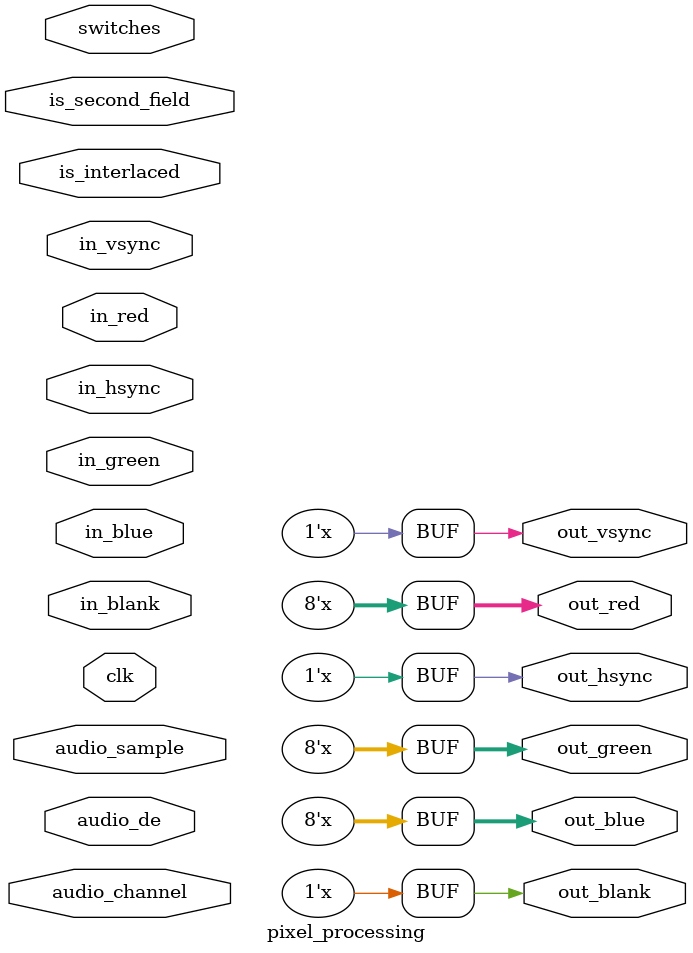
<source format=v>
/* Generated by Yosys 0.9+2406 (git sha1 aafaeb66, gcc 8.4.0-1ubuntu1~18.04 -fPIC -Os) */

module edge_enhance(clk, enable_feature, in_blank, in_hsync, in_vsync, in_red, in_green, in_blue, out_blank, out_hsync, out_vsync, out_red, out_green, out_blue);
  reg [7:0] _0_;
  reg [7:0] _1_;
  input clk;
  input enable_feature;
  wire \i_line_delay_2%126 ;
  wire \i_line_delay_2%127 ;
  wire \i_line_delay_2%128 ;
  wire [7:0] \i_line_delay_2%129 ;
  wire [7:0] \i_line_delay_2%130 ;
  wire [7:0] \i_line_delay_2%131 ;
  input in_blank;
  input [7:0] in_blue;
  input [7:0] in_green;
  input in_hsync;
  input [7:0] in_red;
  input in_vsync;
  output out_blank;
  output [7:0] out_blue;
  output [7:0] out_green;
  output out_hsync;
  output [7:0] out_red;
  output out_vsync;
  always @(posedge clk)
      _0_ <= \i_line_delay_2%130 ;
  always @(posedge clk)
      _1_ <= \i_line_delay_2%131 ;
  line_delay i_line_delay_2 (
    .clk(clk),
    .in_blank(1'hz),
    .in_blue(8'hxx),
    .in_green(8'hxx),
    .in_hsync(1'hz),
    .in_red(8'hzz),
    .in_vsync(1'hz),
    .out_blank(\i_line_delay_2%126 ),
    .out_blue(\i_line_delay_2%131 ),
    .out_green(\i_line_delay_2%130 ),
    .out_hsync(\i_line_delay_2%127 ),
    .out_red(\i_line_delay_2%129 ),
    .out_vsync(\i_line_delay_2%128 )
  );
  assign out_blank = 1'hz;
  assign out_hsync = 1'hz;
  assign out_vsync = 1'hz;
  assign out_red = 8'hzz;
  assign out_green = _0_;
  assign out_blue = _1_;
endmodule

module hdmi_design(clk100, sw, hdmi_rx_scl, hdmi_rx_clk_n, hdmi_rx_clk_p, hdmi_rx_n, hdmi_rx_p, hdmi_tx_hpd, led, debug_pmod, hdmi_rx_cec, hdmi_rx_hpa, hdmi_rx_sda, hdmi_rx_txen, hdmi_tx_cec, hdmi_tx_clk_n, hdmi_tx_clk_p, hdmi_tx_rscl, hdmi_tx_rsda, hdmi_tx_p, hdmi_tx_n, rs232_tx);
  input clk100;
  output [7:0] debug_pmod;
  inout hdmi_rx_cec;
  input hdmi_rx_clk_n;
  input hdmi_rx_clk_p;
  output hdmi_rx_hpa;
  input [2:0] hdmi_rx_n;
  input [2:0] hdmi_rx_p;
  input hdmi_rx_scl;
  inout hdmi_rx_sda;
  output hdmi_rx_txen;
  inout hdmi_tx_cec;
  output hdmi_tx_clk_n;
  output hdmi_tx_clk_p;
  input hdmi_tx_hpd;
  output [2:0] hdmi_tx_n;
  output [2:0] hdmi_tx_p;
  inout hdmi_tx_rscl;
  inout hdmi_tx_rsda;
  output [7:0] led;
  output rs232_tx;
  input [7:0] sw;
  assign hdmi_rx_cec = 1'hz;
  assign hdmi_rx_sda = 1'hz;
  assign hdmi_tx_cec = 1'hz;
  assign hdmi_tx_rscl = 1'hz;
  assign hdmi_tx_rsda = 1'hz;
  assign led = 8'hzz;
  assign debug_pmod = 8'hzz;
  assign hdmi_rx_hpa = 1'hz;
  assign hdmi_rx_txen = 1'hz;
  assign hdmi_tx_clk_n = 1'hz;
  assign hdmi_tx_clk_p = 1'hz;
  assign hdmi_tx_p = 3'hz;
  assign hdmi_tx_n = 3'hz;
  assign rs232_tx = 1'hz;
endmodule

module line_delay(clk, in_blank, in_hsync, in_vsync, in_red, in_green, in_blue, out_blank, out_hsync, out_vsync, out_red, out_green, out_blue);
  wire [8:0] _0_;
  reg [7:0] _1_;
  reg [7:0] _2_;
  wire [13823:0] _3_;
  wire [26:0] _4_;
  wire [8:0] _5_;
  input clk;
  input in_blank;
  input [7:0] in_blue;
  input [7:0] in_green;
  input in_hsync;
  input [7:0] in_red;
  input in_vsync;
  output out_blank;
  output [7:0] out_blue;
  output [7:0] out_green;
  output out_hsync;
  output [7:0] out_red;
  output out_vsync;
  reg [26:0] \$mem$\208  [511:0];
  assign _5_ = 9'h1ff - 9'h1ff;
  assign _0_ = 9'h1ff - 9'h1ff;
  always @(posedge clk)
      _1_ <= _4_[18:11];
  always @(posedge clk)
      _2_ <= _4_[10:3];
  reg [26:0] \208  [511:0];
  initial begin
    \208 [0] = 27'h0000000;
    \208 [1] = 27'h0000000;
    \208 [2] = 27'h0000000;
    \208 [3] = 27'h0000000;
    \208 [4] = 27'h0000000;
    \208 [5] = 27'h0000000;
    \208 [6] = 27'h0000000;
    \208 [7] = 27'h0000000;
    \208 [8] = 27'h0000000;
    \208 [9] = 27'h0000000;
    \208 [10] = 27'h0000000;
    \208 [11] = 27'h0000000;
    \208 [12] = 27'h0000000;
    \208 [13] = 27'h0000000;
    \208 [14] = 27'h0000000;
    \208 [15] = 27'h0000000;
    \208 [16] = 27'h0000000;
    \208 [17] = 27'h0000000;
    \208 [18] = 27'h0000000;
    \208 [19] = 27'h0000000;
    \208 [20] = 27'h0000000;
    \208 [21] = 27'h0000000;
    \208 [22] = 27'h0000000;
    \208 [23] = 27'h0000000;
    \208 [24] = 27'h0000000;
    \208 [25] = 27'h0000000;
    \208 [26] = 27'h0000000;
    \208 [27] = 27'h0000000;
    \208 [28] = 27'h0000000;
    \208 [29] = 27'h0000000;
    \208 [30] = 27'h0000000;
    \208 [31] = 27'h0000000;
    \208 [32] = 27'h0000000;
    \208 [33] = 27'h0000000;
    \208 [34] = 27'h0000000;
    \208 [35] = 27'h0000000;
    \208 [36] = 27'h0000000;
    \208 [37] = 27'h0000000;
    \208 [38] = 27'h0000000;
    \208 [39] = 27'h0000000;
    \208 [40] = 27'h0000000;
    \208 [41] = 27'h0000000;
    \208 [42] = 27'h0000000;
    \208 [43] = 27'h0000000;
    \208 [44] = 27'h0000000;
    \208 [45] = 27'h0000000;
    \208 [46] = 27'h0000000;
    \208 [47] = 27'h0000000;
    \208 [48] = 27'h0000000;
    \208 [49] = 27'h0000000;
    \208 [50] = 27'h0000000;
    \208 [51] = 27'h0000000;
    \208 [52] = 27'h0000000;
    \208 [53] = 27'h0000000;
    \208 [54] = 27'h0000000;
    \208 [55] = 27'h0000000;
    \208 [56] = 27'h0000000;
    \208 [57] = 27'h0000000;
    \208 [58] = 27'h0000000;
    \208 [59] = 27'h0000000;
    \208 [60] = 27'h0000000;
    \208 [61] = 27'h0000000;
    \208 [62] = 27'h0000000;
    \208 [63] = 27'h0000000;
    \208 [64] = 27'h0000000;
    \208 [65] = 27'h0000000;
    \208 [66] = 27'h0000000;
    \208 [67] = 27'h0000000;
    \208 [68] = 27'h0000000;
    \208 [69] = 27'h0000000;
    \208 [70] = 27'h0000000;
    \208 [71] = 27'h0000000;
    \208 [72] = 27'h0000000;
    \208 [73] = 27'h0000000;
    \208 [74] = 27'h0000000;
    \208 [75] = 27'h0000000;
    \208 [76] = 27'h0000000;
    \208 [77] = 27'h0000000;
    \208 [78] = 27'h0000000;
    \208 [79] = 27'h0000000;
    \208 [80] = 27'h0000000;
    \208 [81] = 27'h0000000;
    \208 [82] = 27'h0000000;
    \208 [83] = 27'h0000000;
    \208 [84] = 27'h0000000;
    \208 [85] = 27'h0000000;
    \208 [86] = 27'h0000000;
    \208 [87] = 27'h0000000;
    \208 [88] = 27'h0000000;
    \208 [89] = 27'h0000000;
    \208 [90] = 27'h0000000;
    \208 [91] = 27'h0000000;
    \208 [92] = 27'h0000000;
    \208 [93] = 27'h0000000;
    \208 [94] = 27'h0000000;
    \208 [95] = 27'h0000000;
    \208 [96] = 27'h0000000;
    \208 [97] = 27'h0000000;
    \208 [98] = 27'h0000000;
    \208 [99] = 27'h0000000;
    \208 [100] = 27'h0000000;
    \208 [101] = 27'h0000000;
    \208 [102] = 27'h0000000;
    \208 [103] = 27'h0000000;
    \208 [104] = 27'h0000000;
    \208 [105] = 27'h0000000;
    \208 [106] = 27'h0000000;
    \208 [107] = 27'h0000000;
    \208 [108] = 27'h0000000;
    \208 [109] = 27'h0000000;
    \208 [110] = 27'h0000000;
    \208 [111] = 27'h0000000;
    \208 [112] = 27'h0000000;
    \208 [113] = 27'h0000000;
    \208 [114] = 27'h0000000;
    \208 [115] = 27'h0000000;
    \208 [116] = 27'h0000000;
    \208 [117] = 27'h0000000;
    \208 [118] = 27'h0000000;
    \208 [119] = 27'h0000000;
    \208 [120] = 27'h0000000;
    \208 [121] = 27'h0000000;
    \208 [122] = 27'h0000000;
    \208 [123] = 27'h0000000;
    \208 [124] = 27'h0000000;
    \208 [125] = 27'h0000000;
    \208 [126] = 27'h0000000;
    \208 [127] = 27'h0000000;
    \208 [128] = 27'h0000000;
    \208 [129] = 27'h0000000;
    \208 [130] = 27'h0000000;
    \208 [131] = 27'h0000000;
    \208 [132] = 27'h0000000;
    \208 [133] = 27'h0000000;
    \208 [134] = 27'h0000000;
    \208 [135] = 27'h0000000;
    \208 [136] = 27'h0000000;
    \208 [137] = 27'h0000000;
    \208 [138] = 27'h0000000;
    \208 [139] = 27'h0000000;
    \208 [140] = 27'h0000000;
    \208 [141] = 27'h0000000;
    \208 [142] = 27'h0000000;
    \208 [143] = 27'h0000000;
    \208 [144] = 27'h0000000;
    \208 [145] = 27'h0000000;
    \208 [146] = 27'h0000000;
    \208 [147] = 27'h0000000;
    \208 [148] = 27'h0000000;
    \208 [149] = 27'h0000000;
    \208 [150] = 27'h0000000;
    \208 [151] = 27'h0000000;
    \208 [152] = 27'h0000000;
    \208 [153] = 27'h0000000;
    \208 [154] = 27'h0000000;
    \208 [155] = 27'h0000000;
    \208 [156] = 27'h0000000;
    \208 [157] = 27'h0000000;
    \208 [158] = 27'h0000000;
    \208 [159] = 27'h0000000;
    \208 [160] = 27'h0000000;
    \208 [161] = 27'h0000000;
    \208 [162] = 27'h0000000;
    \208 [163] = 27'h0000000;
    \208 [164] = 27'h0000000;
    \208 [165] = 27'h0000000;
    \208 [166] = 27'h0000000;
    \208 [167] = 27'h0000000;
    \208 [168] = 27'h0000000;
    \208 [169] = 27'h0000000;
    \208 [170] = 27'h0000000;
    \208 [171] = 27'h0000000;
    \208 [172] = 27'h0000000;
    \208 [173] = 27'h0000000;
    \208 [174] = 27'h0000000;
    \208 [175] = 27'h0000000;
    \208 [176] = 27'h0000000;
    \208 [177] = 27'h0000000;
    \208 [178] = 27'h0000000;
    \208 [179] = 27'h0000000;
    \208 [180] = 27'h0000000;
    \208 [181] = 27'h0000000;
    \208 [182] = 27'h0000000;
    \208 [183] = 27'h0000000;
    \208 [184] = 27'h0000000;
    \208 [185] = 27'h0000000;
    \208 [186] = 27'h0000000;
    \208 [187] = 27'h0000000;
    \208 [188] = 27'h0000000;
    \208 [189] = 27'h0000000;
    \208 [190] = 27'h0000000;
    \208 [191] = 27'h0000000;
    \208 [192] = 27'h0000000;
    \208 [193] = 27'h0000000;
    \208 [194] = 27'h0000000;
    \208 [195] = 27'h0000000;
    \208 [196] = 27'h0000000;
    \208 [197] = 27'h0000000;
    \208 [198] = 27'h0000000;
    \208 [199] = 27'h0000000;
    \208 [200] = 27'h0000000;
    \208 [201] = 27'h0000000;
    \208 [202] = 27'h0000000;
    \208 [203] = 27'h0000000;
    \208 [204] = 27'h0000000;
    \208 [205] = 27'h0000000;
    \208 [206] = 27'h0000000;
    \208 [207] = 27'h0000000;
    \208 [208] = 27'h0000000;
    \208 [209] = 27'h0000000;
    \208 [210] = 27'h0000000;
    \208 [211] = 27'h0000000;
    \208 [212] = 27'h0000000;
    \208 [213] = 27'h0000000;
    \208 [214] = 27'h0000000;
    \208 [215] = 27'h0000000;
    \208 [216] = 27'h0000000;
    \208 [217] = 27'h0000000;
    \208 [218] = 27'h0000000;
    \208 [219] = 27'h0000000;
    \208 [220] = 27'h0000000;
    \208 [221] = 27'h0000000;
    \208 [222] = 27'h0000000;
    \208 [223] = 27'h0000000;
    \208 [224] = 27'h0000000;
    \208 [225] = 27'h0000000;
    \208 [226] = 27'h0000000;
    \208 [227] = 27'h0000000;
    \208 [228] = 27'h0000000;
    \208 [229] = 27'h0000000;
    \208 [230] = 27'h0000000;
    \208 [231] = 27'h0000000;
    \208 [232] = 27'h0000000;
    \208 [233] = 27'h0000000;
    \208 [234] = 27'h0000000;
    \208 [235] = 27'h0000000;
    \208 [236] = 27'h0000000;
    \208 [237] = 27'h0000000;
    \208 [238] = 27'h0000000;
    \208 [239] = 27'h0000000;
    \208 [240] = 27'h0000000;
    \208 [241] = 27'h0000000;
    \208 [242] = 27'h0000000;
    \208 [243] = 27'h0000000;
    \208 [244] = 27'h0000000;
    \208 [245] = 27'h0000000;
    \208 [246] = 27'h0000000;
    \208 [247] = 27'h0000000;
    \208 [248] = 27'h0000000;
    \208 [249] = 27'h0000000;
    \208 [250] = 27'h0000000;
    \208 [251] = 27'h0000000;
    \208 [252] = 27'h0000000;
    \208 [253] = 27'h0000000;
    \208 [254] = 27'h0000000;
    \208 [255] = 27'h0000000;
    \208 [256] = 27'h0000000;
    \208 [257] = 27'h0000000;
    \208 [258] = 27'h0000000;
    \208 [259] = 27'h0000000;
    \208 [260] = 27'h0000000;
    \208 [261] = 27'h0000000;
    \208 [262] = 27'h0000000;
    \208 [263] = 27'h0000000;
    \208 [264] = 27'h0000000;
    \208 [265] = 27'h0000000;
    \208 [266] = 27'h0000000;
    \208 [267] = 27'h0000000;
    \208 [268] = 27'h0000000;
    \208 [269] = 27'h0000000;
    \208 [270] = 27'h0000000;
    \208 [271] = 27'h0000000;
    \208 [272] = 27'h0000000;
    \208 [273] = 27'h0000000;
    \208 [274] = 27'h0000000;
    \208 [275] = 27'h0000000;
    \208 [276] = 27'h0000000;
    \208 [277] = 27'h0000000;
    \208 [278] = 27'h0000000;
    \208 [279] = 27'h0000000;
    \208 [280] = 27'h0000000;
    \208 [281] = 27'h0000000;
    \208 [282] = 27'h0000000;
    \208 [283] = 27'h0000000;
    \208 [284] = 27'h0000000;
    \208 [285] = 27'h0000000;
    \208 [286] = 27'h0000000;
    \208 [287] = 27'h0000000;
    \208 [288] = 27'h0000000;
    \208 [289] = 27'h0000000;
    \208 [290] = 27'h0000000;
    \208 [291] = 27'h0000000;
    \208 [292] = 27'h0000000;
    \208 [293] = 27'h0000000;
    \208 [294] = 27'h0000000;
    \208 [295] = 27'h0000000;
    \208 [296] = 27'h0000000;
    \208 [297] = 27'h0000000;
    \208 [298] = 27'h0000000;
    \208 [299] = 27'h0000000;
    \208 [300] = 27'h0000000;
    \208 [301] = 27'h0000000;
    \208 [302] = 27'h0000000;
    \208 [303] = 27'h0000000;
    \208 [304] = 27'h0000000;
    \208 [305] = 27'h0000000;
    \208 [306] = 27'h0000000;
    \208 [307] = 27'h0000000;
    \208 [308] = 27'h0000000;
    \208 [309] = 27'h0000000;
    \208 [310] = 27'h0000000;
    \208 [311] = 27'h0000000;
    \208 [312] = 27'h0000000;
    \208 [313] = 27'h0000000;
    \208 [314] = 27'h0000000;
    \208 [315] = 27'h0000000;
    \208 [316] = 27'h0000000;
    \208 [317] = 27'h0000000;
    \208 [318] = 27'h0000000;
    \208 [319] = 27'h0000000;
    \208 [320] = 27'h0000000;
    \208 [321] = 27'h0000000;
    \208 [322] = 27'h0000000;
    \208 [323] = 27'h0000000;
    \208 [324] = 27'h0000000;
    \208 [325] = 27'h0000000;
    \208 [326] = 27'h0000000;
    \208 [327] = 27'h0000000;
    \208 [328] = 27'h0000000;
    \208 [329] = 27'h0000000;
    \208 [330] = 27'h0000000;
    \208 [331] = 27'h0000000;
    \208 [332] = 27'h0000000;
    \208 [333] = 27'h0000000;
    \208 [334] = 27'h0000000;
    \208 [335] = 27'h0000000;
    \208 [336] = 27'h0000000;
    \208 [337] = 27'h0000000;
    \208 [338] = 27'h0000000;
    \208 [339] = 27'h0000000;
    \208 [340] = 27'h0000000;
    \208 [341] = 27'h0000000;
    \208 [342] = 27'h0000000;
    \208 [343] = 27'h0000000;
    \208 [344] = 27'h0000000;
    \208 [345] = 27'h0000000;
    \208 [346] = 27'h0000000;
    \208 [347] = 27'h0000000;
    \208 [348] = 27'h0000000;
    \208 [349] = 27'h0000000;
    \208 [350] = 27'h0000000;
    \208 [351] = 27'h0000000;
    \208 [352] = 27'h0000000;
    \208 [353] = 27'h0000000;
    \208 [354] = 27'h0000000;
    \208 [355] = 27'h0000000;
    \208 [356] = 27'h0000000;
    \208 [357] = 27'h0000000;
    \208 [358] = 27'h0000000;
    \208 [359] = 27'h0000000;
    \208 [360] = 27'h0000000;
    \208 [361] = 27'h0000000;
    \208 [362] = 27'h0000000;
    \208 [363] = 27'h0000000;
    \208 [364] = 27'h0000000;
    \208 [365] = 27'h0000000;
    \208 [366] = 27'h0000000;
    \208 [367] = 27'h0000000;
    \208 [368] = 27'h0000000;
    \208 [369] = 27'h0000000;
    \208 [370] = 27'h0000000;
    \208 [371] = 27'h0000000;
    \208 [372] = 27'h0000000;
    \208 [373] = 27'h0000000;
    \208 [374] = 27'h0000000;
    \208 [375] = 27'h0000000;
    \208 [376] = 27'h0000000;
    \208 [377] = 27'h0000000;
    \208 [378] = 27'h0000000;
    \208 [379] = 27'h0000000;
    \208 [380] = 27'h0000000;
    \208 [381] = 27'h0000000;
    \208 [382] = 27'h0000000;
    \208 [383] = 27'h0000000;
    \208 [384] = 27'h0000000;
    \208 [385] = 27'h0000000;
    \208 [386] = 27'h0000000;
    \208 [387] = 27'h0000000;
    \208 [388] = 27'h0000000;
    \208 [389] = 27'h0000000;
    \208 [390] = 27'h0000000;
    \208 [391] = 27'h0000000;
    \208 [392] = 27'h0000000;
    \208 [393] = 27'h0000000;
    \208 [394] = 27'h0000000;
    \208 [395] = 27'h0000000;
    \208 [396] = 27'h0000000;
    \208 [397] = 27'h0000000;
    \208 [398] = 27'h0000000;
    \208 [399] = 27'h0000000;
    \208 [400] = 27'h0000000;
    \208 [401] = 27'h0000000;
    \208 [402] = 27'h0000000;
    \208 [403] = 27'h0000000;
    \208 [404] = 27'h0000000;
    \208 [405] = 27'h0000000;
    \208 [406] = 27'h0000000;
    \208 [407] = 27'h0000000;
    \208 [408] = 27'h0000000;
    \208 [409] = 27'h0000000;
    \208 [410] = 27'h0000000;
    \208 [411] = 27'h0000000;
    \208 [412] = 27'h0000000;
    \208 [413] = 27'h0000000;
    \208 [414] = 27'h0000000;
    \208 [415] = 27'h0000000;
    \208 [416] = 27'h0000000;
    \208 [417] = 27'h0000000;
    \208 [418] = 27'h0000000;
    \208 [419] = 27'h0000000;
    \208 [420] = 27'h0000000;
    \208 [421] = 27'h0000000;
    \208 [422] = 27'h0000000;
    \208 [423] = 27'h0000000;
    \208 [424] = 27'h0000000;
    \208 [425] = 27'h0000000;
    \208 [426] = 27'h0000000;
    \208 [427] = 27'h0000000;
    \208 [428] = 27'h0000000;
    \208 [429] = 27'h0000000;
    \208 [430] = 27'h0000000;
    \208 [431] = 27'h0000000;
    \208 [432] = 27'h0000000;
    \208 [433] = 27'h0000000;
    \208 [434] = 27'h0000000;
    \208 [435] = 27'h0000000;
    \208 [436] = 27'h0000000;
    \208 [437] = 27'h0000000;
    \208 [438] = 27'h0000000;
    \208 [439] = 27'h0000000;
    \208 [440] = 27'h0000000;
    \208 [441] = 27'h0000000;
    \208 [442] = 27'h0000000;
    \208 [443] = 27'h0000000;
    \208 [444] = 27'h0000000;
    \208 [445] = 27'h0000000;
    \208 [446] = 27'h0000000;
    \208 [447] = 27'h0000000;
    \208 [448] = 27'h0000000;
    \208 [449] = 27'h0000000;
    \208 [450] = 27'h0000000;
    \208 [451] = 27'h0000000;
    \208 [452] = 27'h0000000;
    \208 [453] = 27'h0000000;
    \208 [454] = 27'h0000000;
    \208 [455] = 27'h0000000;
    \208 [456] = 27'h0000000;
    \208 [457] = 27'h0000000;
    \208 [458] = 27'h0000000;
    \208 [459] = 27'h0000000;
    \208 [460] = 27'h0000000;
    \208 [461] = 27'h0000000;
    \208 [462] = 27'h0000000;
    \208 [463] = 27'h0000000;
    \208 [464] = 27'h0000000;
    \208 [465] = 27'h0000000;
    \208 [466] = 27'h0000000;
    \208 [467] = 27'h0000000;
    \208 [468] = 27'h0000000;
    \208 [469] = 27'h0000000;
    \208 [470] = 27'h0000000;
    \208 [471] = 27'h0000000;
    \208 [472] = 27'h0000000;
    \208 [473] = 27'h0000000;
    \208 [474] = 27'h0000000;
    \208 [475] = 27'h0000000;
    \208 [476] = 27'h0000000;
    \208 [477] = 27'h0000000;
    \208 [478] = 27'h0000000;
    \208 [479] = 27'h0000000;
    \208 [480] = 27'h0000000;
    \208 [481] = 27'h0000000;
    \208 [482] = 27'h0000000;
    \208 [483] = 27'h0000000;
    \208 [484] = 27'h0000000;
    \208 [485] = 27'h0000000;
    \208 [486] = 27'h0000000;
    \208 [487] = 27'h0000000;
    \208 [488] = 27'h0000000;
    \208 [489] = 27'h0000000;
    \208 [490] = 27'h0000000;
    \208 [491] = 27'h0000000;
    \208 [492] = 27'h0000000;
    \208 [493] = 27'h0000000;
    \208 [494] = 27'h0000000;
    \208 [495] = 27'h0000000;
    \208 [496] = 27'h0000000;
    \208 [497] = 27'h0000000;
    \208 [498] = 27'h0000000;
    \208 [499] = 27'h0000000;
    \208 [500] = 27'h0000000;
    \208 [501] = 27'h0000000;
    \208 [502] = 27'h0000000;
    \208 [503] = 27'h0000000;
    \208 [504] = 27'h0000000;
    \208 [505] = 27'h0000000;
    \208 [506] = 27'h0000000;
    \208 [507] = 27'h0000000;
    \208 [508] = 27'h0000000;
    \208 [509] = 27'h0000000;
    \208 [510] = 27'h0000000;
    \208 [511] = 27'h0000000;
  end
  always @(posedge clk) begin
    \208 [_0_] <= 27'h0000000;
  end
  assign _4_ = \208 [_5_];
  assign out_blank = 1'hz;
  assign out_hsync = 1'hz;
  assign out_vsync = 1'hz;
  assign out_red = 8'hzz;
  assign out_green = _1_;
  assign out_blue = _2_;
endmodule

module pixel_processing(clk, in_blank, in_hsync, in_vsync, in_red, in_green, in_blue, is_interlaced, is_second_field, audio_channel, audio_de, audio_sample, switches, out_blank, out_hsync, out_vsync, out_red, out_green, out_blue);
  input [2:0] audio_channel;
  input audio_de;
  input [23:0] audio_sample;
  input clk;
  input in_blank;
  input [7:0] in_blue;
  input [7:0] in_green;
  input in_hsync;
  input [7:0] in_red;
  input in_vsync;
  input is_interlaced;
  input is_second_field;
  output out_blank;
  output [7:0] out_blue;
  output [7:0] out_green;
  output out_hsync;
  output [7:0] out_red;
  output out_vsync;
  input [7:0] switches;
  assign out_blank = 1'hz;
  assign out_hsync = 1'hz;
  assign out_vsync = 1'hz;
  assign out_red = 8'hzz;
  assign out_green = 8'hzz;
  assign out_blue = 8'hzz;
endmodule

</source>
